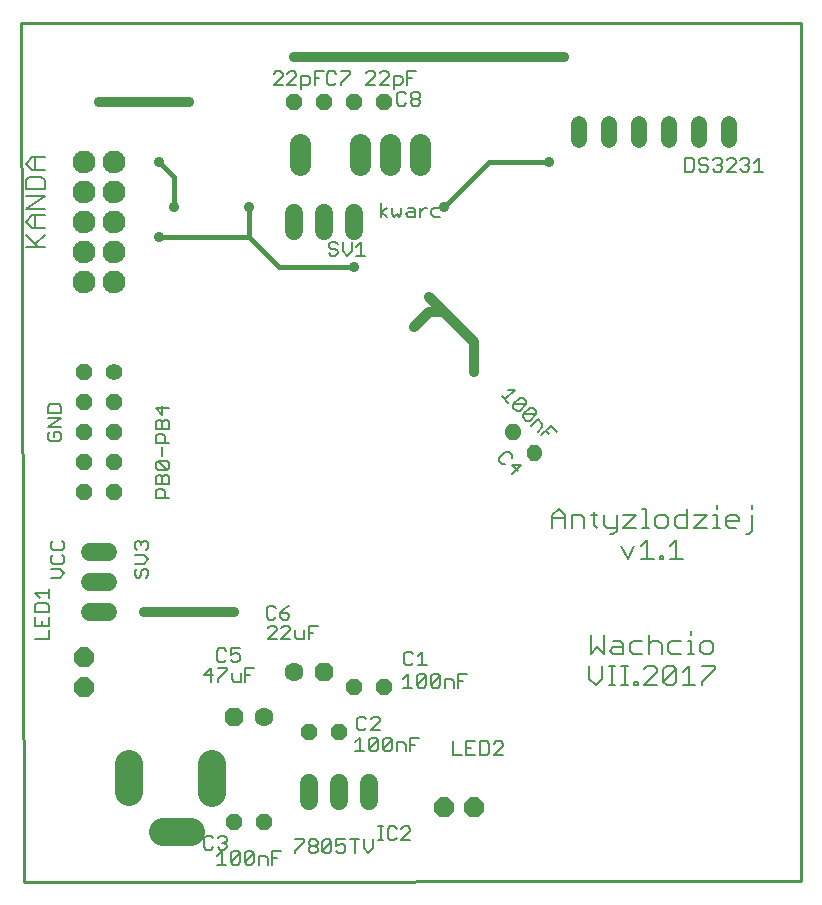
<source format=gtl>
G75*
%MOIN*%
%OFA0B0*%
%FSLAX25Y25*%
%IPPOS*%
%LPD*%
%AMOC8*
5,1,8,0,0,1.08239X$1,22.5*
%
%ADD10C,0.00000*%
%ADD11C,0.01000*%
%ADD12C,0.00600*%
%ADD13OC8,0.05200*%
%ADD14C,0.00500*%
%ADD15C,0.06300*%
%ADD16OC8,0.06300*%
%ADD17C,0.05600*%
%ADD18OC8,0.05600*%
%ADD19C,0.05200*%
%ADD20C,0.06000*%
%ADD21C,0.01040*%
%ADD22C,0.09449*%
%ADD23C,0.07600*%
%ADD24C,0.00700*%
%ADD25C,0.07000*%
%ADD26OC8,0.06600*%
%ADD27C,0.03562*%
%ADD28C,0.03200*%
%ADD29C,0.01600*%
D10*
X0248233Y0001984D02*
X0262233Y0002284D01*
D11*
X0003233Y0001984D02*
X0002133Y0288384D01*
X0262133Y0288384D01*
X0262233Y0002284D01*
X0003233Y0001984D01*
D12*
X0179157Y0120034D02*
X0179157Y0124305D01*
X0181292Y0126440D01*
X0183428Y0124305D01*
X0183428Y0120034D01*
X0185603Y0120034D02*
X0185603Y0124305D01*
X0188806Y0124305D01*
X0189873Y0123237D01*
X0189873Y0120034D01*
X0193116Y0121102D02*
X0194183Y0120034D01*
X0193116Y0121102D02*
X0193116Y0125372D01*
X0194183Y0124305D02*
X0192048Y0124305D01*
X0196345Y0124305D02*
X0196345Y0121102D01*
X0197413Y0120034D01*
X0200616Y0120034D01*
X0200616Y0118967D02*
X0199548Y0117899D01*
X0198480Y0117899D01*
X0200616Y0118967D02*
X0200616Y0124305D01*
X0202791Y0124305D02*
X0207061Y0124305D01*
X0202791Y0120034D01*
X0207061Y0120034D01*
X0209236Y0120034D02*
X0211371Y0120034D01*
X0210304Y0120034D02*
X0210304Y0126440D01*
X0209236Y0126440D01*
X0213533Y0123237D02*
X0213533Y0121102D01*
X0214601Y0120034D01*
X0216736Y0120034D01*
X0217804Y0121102D01*
X0217804Y0123237D01*
X0216736Y0124305D01*
X0214601Y0124305D01*
X0213533Y0123237D01*
X0219979Y0123237D02*
X0219979Y0121102D01*
X0221046Y0120034D01*
X0224249Y0120034D01*
X0224249Y0126440D01*
X0224249Y0124305D02*
X0221046Y0124305D01*
X0219979Y0123237D01*
X0226424Y0124305D02*
X0230695Y0124305D01*
X0226424Y0120034D01*
X0230695Y0120034D01*
X0232870Y0120034D02*
X0235005Y0120034D01*
X0233937Y0120034D02*
X0233937Y0124305D01*
X0232870Y0124305D01*
X0233937Y0126440D02*
X0233937Y0127507D01*
X0237167Y0123237D02*
X0238234Y0124305D01*
X0240369Y0124305D01*
X0241437Y0123237D01*
X0241437Y0122169D01*
X0237167Y0122169D01*
X0237167Y0121102D02*
X0237167Y0123237D01*
X0237167Y0121102D02*
X0238234Y0120034D01*
X0240369Y0120034D01*
X0243612Y0117899D02*
X0244680Y0117899D01*
X0245747Y0118967D01*
X0245747Y0124305D01*
X0245747Y0126440D02*
X0245747Y0127507D01*
X0220503Y0115940D02*
X0220503Y0109534D01*
X0222638Y0109534D02*
X0218367Y0109534D01*
X0216212Y0109534D02*
X0216212Y0110602D01*
X0215145Y0110602D01*
X0215145Y0109534D01*
X0216212Y0109534D01*
X0212970Y0109534D02*
X0208699Y0109534D01*
X0210834Y0109534D02*
X0210834Y0115940D01*
X0208699Y0113805D01*
X0206524Y0113805D02*
X0204389Y0109534D01*
X0202254Y0113805D01*
X0218367Y0113805D02*
X0220503Y0115940D01*
X0225343Y0085507D02*
X0225343Y0084440D01*
X0225343Y0082305D02*
X0225343Y0078034D01*
X0224276Y0078034D02*
X0226411Y0078034D01*
X0228573Y0079102D02*
X0229640Y0078034D01*
X0231776Y0078034D01*
X0232843Y0079102D01*
X0232843Y0081237D01*
X0231776Y0082305D01*
X0229640Y0082305D01*
X0228573Y0081237D01*
X0228573Y0079102D01*
X0225343Y0082305D02*
X0224276Y0082305D01*
X0222101Y0082305D02*
X0218898Y0082305D01*
X0217830Y0081237D01*
X0217830Y0079102D01*
X0218898Y0078034D01*
X0222101Y0078034D01*
X0219422Y0073940D02*
X0220489Y0072872D01*
X0216219Y0068602D01*
X0217286Y0067534D01*
X0219422Y0067534D01*
X0220489Y0068602D01*
X0220489Y0072872D01*
X0219422Y0073940D02*
X0217286Y0073940D01*
X0216219Y0072872D01*
X0216219Y0068602D01*
X0214044Y0067534D02*
X0209773Y0067534D01*
X0214044Y0071805D01*
X0214044Y0072872D01*
X0212976Y0073940D01*
X0210841Y0073940D01*
X0209773Y0072872D01*
X0209210Y0078034D02*
X0206007Y0078034D01*
X0204939Y0079102D01*
X0204939Y0081237D01*
X0206007Y0082305D01*
X0209210Y0082305D01*
X0211385Y0081237D02*
X0212452Y0082305D01*
X0214588Y0082305D01*
X0215655Y0081237D01*
X0215655Y0078034D01*
X0211385Y0078034D02*
X0211385Y0084440D01*
X0202764Y0081237D02*
X0202764Y0078034D01*
X0199561Y0078034D01*
X0198494Y0079102D01*
X0199561Y0080169D01*
X0202764Y0080169D01*
X0202764Y0081237D02*
X0201697Y0082305D01*
X0199561Y0082305D01*
X0196319Y0084440D02*
X0196319Y0078034D01*
X0194183Y0080169D01*
X0192048Y0078034D01*
X0192048Y0084440D01*
X0191511Y0073940D02*
X0191511Y0069669D01*
X0193646Y0067534D01*
X0195781Y0069669D01*
X0195781Y0073940D01*
X0197957Y0073940D02*
X0200092Y0073940D01*
X0199024Y0073940D02*
X0199024Y0067534D01*
X0197957Y0067534D02*
X0200092Y0067534D01*
X0202254Y0067534D02*
X0204389Y0067534D01*
X0203321Y0067534D02*
X0203321Y0073940D01*
X0202254Y0073940D02*
X0204389Y0073940D01*
X0206551Y0068602D02*
X0207618Y0068602D01*
X0207618Y0067534D01*
X0206551Y0067534D01*
X0206551Y0068602D01*
X0222664Y0067534D02*
X0226935Y0067534D01*
X0224800Y0067534D02*
X0224800Y0073940D01*
X0222664Y0071805D01*
X0229110Y0073940D02*
X0233380Y0073940D01*
X0233380Y0072872D01*
X0229110Y0068602D01*
X0229110Y0067534D01*
X0183428Y0123237D02*
X0179157Y0123237D01*
D13*
X0123233Y0066984D03*
X0113233Y0066984D03*
X0108233Y0051984D03*
X0098233Y0051984D03*
X0083233Y0021984D03*
X0073233Y0021984D03*
X0093233Y0261984D03*
X0103233Y0261984D03*
X0113233Y0261984D03*
X0123233Y0261984D03*
D14*
X0126275Y0266233D02*
X0126275Y0270737D01*
X0128527Y0270737D01*
X0129278Y0269986D01*
X0129278Y0268485D01*
X0128527Y0267734D01*
X0126275Y0267734D01*
X0124674Y0267734D02*
X0121672Y0267734D01*
X0124674Y0270737D01*
X0124674Y0271487D01*
X0123923Y0272238D01*
X0122422Y0272238D01*
X0121672Y0271487D01*
X0120070Y0271487D02*
X0119320Y0272238D01*
X0117818Y0272238D01*
X0117068Y0271487D01*
X0120070Y0271487D02*
X0120070Y0270737D01*
X0117068Y0267734D01*
X0120070Y0267734D01*
X0127475Y0264487D02*
X0127475Y0261485D01*
X0128226Y0260734D01*
X0129727Y0260734D01*
X0130478Y0261485D01*
X0132079Y0261485D02*
X0132079Y0262236D01*
X0132830Y0262986D01*
X0134331Y0262986D01*
X0135082Y0262236D01*
X0135082Y0261485D01*
X0134331Y0260734D01*
X0132830Y0260734D01*
X0132079Y0261485D01*
X0132830Y0262986D02*
X0132079Y0263737D01*
X0132079Y0264487D01*
X0132830Y0265238D01*
X0134331Y0265238D01*
X0135082Y0264487D01*
X0135082Y0263737D01*
X0134331Y0262986D01*
X0130478Y0264487D02*
X0129727Y0265238D01*
X0128226Y0265238D01*
X0127475Y0264487D01*
X0130879Y0267734D02*
X0130879Y0272238D01*
X0133882Y0272238D01*
X0132381Y0269986D02*
X0130879Y0269986D01*
X0111690Y0271387D02*
X0108687Y0268385D01*
X0108687Y0267634D01*
X0107086Y0268385D02*
X0106335Y0267634D01*
X0104834Y0267634D01*
X0104083Y0268385D01*
X0104083Y0271387D01*
X0104834Y0272138D01*
X0106335Y0272138D01*
X0107086Y0271387D01*
X0108687Y0272138D02*
X0111690Y0272138D01*
X0111690Y0271387D01*
X0103098Y0272138D02*
X0100095Y0272138D01*
X0100095Y0267634D01*
X0098494Y0268385D02*
X0097743Y0267634D01*
X0095491Y0267634D01*
X0095491Y0266133D02*
X0095491Y0270637D01*
X0097743Y0270637D01*
X0098494Y0269886D01*
X0098494Y0268385D01*
X0100095Y0269886D02*
X0101596Y0269886D01*
X0093890Y0270637D02*
X0093890Y0271387D01*
X0093139Y0272138D01*
X0091638Y0272138D01*
X0090887Y0271387D01*
X0089286Y0271387D02*
X0088535Y0272138D01*
X0087034Y0272138D01*
X0086283Y0271387D01*
X0089286Y0271387D02*
X0089286Y0270637D01*
X0086283Y0267634D01*
X0089286Y0267634D01*
X0090887Y0267634D02*
X0093890Y0270637D01*
X0093890Y0267634D02*
X0090887Y0267634D01*
X0121998Y0228238D02*
X0121998Y0223734D01*
X0121998Y0225236D02*
X0124250Y0226737D01*
X0125835Y0226737D02*
X0125835Y0224485D01*
X0126586Y0223734D01*
X0127336Y0224485D01*
X0128087Y0223734D01*
X0128837Y0224485D01*
X0128837Y0226737D01*
X0131189Y0226737D02*
X0132691Y0226737D01*
X0133441Y0225986D01*
X0133441Y0223734D01*
X0131189Y0223734D01*
X0130439Y0224485D01*
X0131189Y0225236D01*
X0133441Y0225236D01*
X0135043Y0225236D02*
X0136544Y0226737D01*
X0137295Y0226737D01*
X0138879Y0225986D02*
X0138879Y0224485D01*
X0139630Y0223734D01*
X0141882Y0223734D01*
X0141882Y0226737D02*
X0139630Y0226737D01*
X0138879Y0225986D01*
X0135043Y0226737D02*
X0135043Y0223734D01*
X0124250Y0223734D02*
X0121998Y0225236D01*
X0115381Y0215238D02*
X0115381Y0210734D01*
X0116882Y0210734D02*
X0113879Y0210734D01*
X0112278Y0212236D02*
X0112278Y0215238D01*
X0113879Y0213737D02*
X0115381Y0215238D01*
X0112278Y0212236D02*
X0110777Y0210734D01*
X0109275Y0212236D01*
X0109275Y0215238D01*
X0107674Y0214487D02*
X0106923Y0215238D01*
X0105422Y0215238D01*
X0104672Y0214487D01*
X0104672Y0213737D01*
X0105422Y0212986D01*
X0106923Y0212986D01*
X0107674Y0212236D01*
X0107674Y0211485D01*
X0106923Y0210734D01*
X0105422Y0210734D01*
X0104672Y0211485D01*
X0051483Y0159882D02*
X0046979Y0159882D01*
X0049231Y0157630D01*
X0049231Y0160633D01*
X0048481Y0156029D02*
X0047730Y0156029D01*
X0046979Y0155278D01*
X0046979Y0153026D01*
X0051483Y0153026D01*
X0051483Y0155278D01*
X0050733Y0156029D01*
X0049982Y0156029D01*
X0049231Y0155278D01*
X0049231Y0153026D01*
X0049231Y0151425D02*
X0049982Y0150674D01*
X0049982Y0148422D01*
X0051483Y0148422D02*
X0046979Y0148422D01*
X0046979Y0150674D01*
X0047730Y0151425D01*
X0049231Y0151425D01*
X0049231Y0155278D02*
X0048481Y0156029D01*
X0049231Y0146821D02*
X0049231Y0143818D01*
X0047730Y0142217D02*
X0046979Y0141466D01*
X0046979Y0139965D01*
X0047730Y0139215D01*
X0050733Y0139215D01*
X0047730Y0142217D01*
X0050733Y0142217D01*
X0051483Y0141466D01*
X0051483Y0139965D01*
X0050733Y0139215D01*
X0050733Y0137613D02*
X0049982Y0137613D01*
X0049231Y0136863D01*
X0049231Y0134611D01*
X0049231Y0133009D02*
X0047730Y0133009D01*
X0046979Y0132259D01*
X0046979Y0130007D01*
X0051483Y0130007D01*
X0049982Y0130007D02*
X0049982Y0132259D01*
X0049231Y0133009D01*
X0046979Y0134611D02*
X0046979Y0136863D01*
X0047730Y0137613D01*
X0048481Y0137613D01*
X0049231Y0136863D01*
X0050733Y0137613D02*
X0051483Y0136863D01*
X0051483Y0134611D01*
X0046979Y0134611D01*
X0043733Y0115633D02*
X0044483Y0114882D01*
X0044483Y0113381D01*
X0043733Y0112630D01*
X0042982Y0111029D02*
X0039979Y0111029D01*
X0040730Y0112630D02*
X0039979Y0113381D01*
X0039979Y0114882D01*
X0040730Y0115633D01*
X0041481Y0115633D01*
X0042231Y0114882D01*
X0042982Y0115633D01*
X0043733Y0115633D01*
X0042231Y0114882D02*
X0042231Y0114132D01*
X0042982Y0111029D02*
X0044483Y0109528D01*
X0042982Y0108026D01*
X0039979Y0108026D01*
X0040730Y0106425D02*
X0039979Y0105674D01*
X0039979Y0104173D01*
X0040730Y0103422D01*
X0041481Y0103422D01*
X0042231Y0104173D01*
X0042231Y0105674D01*
X0042982Y0106425D01*
X0043733Y0106425D01*
X0044483Y0105674D01*
X0044483Y0104173D01*
X0043733Y0103422D01*
X0067375Y0079087D02*
X0067375Y0076085D01*
X0068126Y0075334D01*
X0069627Y0075334D01*
X0070378Y0076085D01*
X0071979Y0076085D02*
X0072730Y0075334D01*
X0074231Y0075334D01*
X0074982Y0076085D01*
X0074982Y0077586D01*
X0074231Y0078337D01*
X0073481Y0078337D01*
X0071979Y0077586D01*
X0071979Y0079838D01*
X0074982Y0079838D01*
X0070378Y0079087D02*
X0069627Y0079838D01*
X0068126Y0079838D01*
X0067375Y0079087D01*
X0067672Y0073238D02*
X0070674Y0073238D01*
X0070674Y0072487D01*
X0067672Y0069485D01*
X0067672Y0068734D01*
X0065320Y0068734D02*
X0065320Y0073238D01*
X0063068Y0070986D01*
X0066070Y0070986D01*
X0072275Y0071737D02*
X0072275Y0069485D01*
X0073026Y0068734D01*
X0075278Y0068734D01*
X0075278Y0071737D01*
X0076879Y0070986D02*
X0078381Y0070986D01*
X0076879Y0073238D02*
X0079882Y0073238D01*
X0076879Y0073238D02*
X0076879Y0068734D01*
X0084283Y0082834D02*
X0087286Y0085837D01*
X0087286Y0086587D01*
X0086535Y0087338D01*
X0085034Y0087338D01*
X0084283Y0086587D01*
X0084734Y0089434D02*
X0086235Y0089434D01*
X0086986Y0090185D01*
X0088587Y0090185D02*
X0089338Y0089434D01*
X0090839Y0089434D01*
X0091590Y0090185D01*
X0091590Y0090936D01*
X0090839Y0091686D01*
X0088587Y0091686D01*
X0088587Y0090185D01*
X0088587Y0091686D02*
X0090089Y0093187D01*
X0091590Y0093938D01*
X0086986Y0093187D02*
X0086235Y0093938D01*
X0084734Y0093938D01*
X0083983Y0093187D01*
X0083983Y0090185D01*
X0084734Y0089434D01*
X0088887Y0086587D02*
X0089638Y0087338D01*
X0091139Y0087338D01*
X0091890Y0086587D01*
X0091890Y0085837D01*
X0088887Y0082834D01*
X0091890Y0082834D01*
X0093491Y0083585D02*
X0093491Y0085837D01*
X0093491Y0083585D02*
X0094242Y0082834D01*
X0096494Y0082834D01*
X0096494Y0085837D01*
X0098095Y0085086D02*
X0099596Y0085086D01*
X0098095Y0082834D02*
X0098095Y0087338D01*
X0101098Y0087338D01*
X0087286Y0082834D02*
X0084283Y0082834D01*
X0114083Y0056287D02*
X0114083Y0053285D01*
X0114834Y0052534D01*
X0116335Y0052534D01*
X0117086Y0053285D01*
X0118687Y0052534D02*
X0121690Y0055537D01*
X0121690Y0056287D01*
X0120939Y0057038D01*
X0119438Y0057038D01*
X0118687Y0056287D01*
X0117086Y0056287D02*
X0116335Y0057038D01*
X0114834Y0057038D01*
X0114083Y0056287D01*
X0118687Y0052534D02*
X0121690Y0052534D01*
X0120339Y0050038D02*
X0118838Y0050038D01*
X0118087Y0049287D01*
X0118087Y0046285D01*
X0121090Y0049287D01*
X0121090Y0046285D01*
X0120339Y0045534D01*
X0118838Y0045534D01*
X0118087Y0046285D01*
X0116486Y0045534D02*
X0113483Y0045534D01*
X0114985Y0045534D02*
X0114985Y0050038D01*
X0113483Y0048537D01*
X0120339Y0050038D02*
X0121090Y0049287D01*
X0122691Y0049287D02*
X0123442Y0050038D01*
X0124943Y0050038D01*
X0125694Y0049287D01*
X0122691Y0046285D01*
X0123442Y0045534D01*
X0124943Y0045534D01*
X0125694Y0046285D01*
X0125694Y0049287D01*
X0127295Y0048537D02*
X0129547Y0048537D01*
X0130298Y0047786D01*
X0130298Y0045534D01*
X0131899Y0045534D02*
X0131899Y0050038D01*
X0134902Y0050038D01*
X0133400Y0047786D02*
X0131899Y0047786D01*
X0127295Y0048537D02*
X0127295Y0045534D01*
X0122691Y0046285D02*
X0122691Y0049287D01*
X0129483Y0066734D02*
X0132486Y0066734D01*
X0130985Y0066734D02*
X0130985Y0071238D01*
X0129483Y0069737D01*
X0130534Y0074134D02*
X0129783Y0074885D01*
X0129783Y0077887D01*
X0130534Y0078638D01*
X0132035Y0078638D01*
X0132786Y0077887D01*
X0134387Y0077137D02*
X0135889Y0078638D01*
X0135889Y0074134D01*
X0137390Y0074134D02*
X0134387Y0074134D01*
X0132786Y0074885D02*
X0132035Y0074134D01*
X0130534Y0074134D01*
X0134087Y0070487D02*
X0134838Y0071238D01*
X0136339Y0071238D01*
X0137090Y0070487D01*
X0134087Y0067485D01*
X0134838Y0066734D01*
X0136339Y0066734D01*
X0137090Y0067485D01*
X0137090Y0070487D01*
X0138691Y0070487D02*
X0138691Y0067485D01*
X0141694Y0070487D01*
X0141694Y0067485D01*
X0140943Y0066734D01*
X0139442Y0066734D01*
X0138691Y0067485D01*
X0138691Y0070487D02*
X0139442Y0071238D01*
X0140943Y0071238D01*
X0141694Y0070487D01*
X0143295Y0069737D02*
X0143295Y0066734D01*
X0146298Y0066734D02*
X0146298Y0068986D01*
X0145547Y0069737D01*
X0143295Y0069737D01*
X0147899Y0068986D02*
X0149400Y0068986D01*
X0147899Y0066734D02*
X0147899Y0071238D01*
X0150902Y0071238D01*
X0134087Y0070487D02*
X0134087Y0067485D01*
X0145983Y0048838D02*
X0145983Y0044334D01*
X0148986Y0044334D01*
X0150587Y0044334D02*
X0153590Y0044334D01*
X0155191Y0044334D02*
X0155191Y0048838D01*
X0157443Y0048838D01*
X0158194Y0048087D01*
X0158194Y0045085D01*
X0157443Y0044334D01*
X0155191Y0044334D01*
X0152089Y0046586D02*
X0150587Y0046586D01*
X0150587Y0048838D02*
X0150587Y0044334D01*
X0150587Y0048838D02*
X0153590Y0048838D01*
X0159795Y0048087D02*
X0160546Y0048838D01*
X0162047Y0048838D01*
X0162798Y0048087D01*
X0162798Y0047337D01*
X0159795Y0044334D01*
X0162798Y0044334D01*
X0131882Y0019787D02*
X0131131Y0020538D01*
X0129630Y0020538D01*
X0128879Y0019787D01*
X0127278Y0019787D02*
X0126527Y0020538D01*
X0125026Y0020538D01*
X0124275Y0019787D01*
X0124275Y0016785D01*
X0125026Y0016034D01*
X0126527Y0016034D01*
X0127278Y0016785D01*
X0128879Y0016034D02*
X0131882Y0019037D01*
X0131882Y0019787D01*
X0131882Y0016034D02*
X0128879Y0016034D01*
X0122707Y0016034D02*
X0121206Y0016034D01*
X0121957Y0016034D02*
X0121957Y0020538D01*
X0122707Y0020538D02*
X0121206Y0020538D01*
X0119382Y0016138D02*
X0119382Y0013136D01*
X0117881Y0011634D01*
X0116379Y0013136D01*
X0116379Y0016138D01*
X0114778Y0016138D02*
X0111775Y0016138D01*
X0113277Y0016138D02*
X0113277Y0011634D01*
X0110174Y0012385D02*
X0109423Y0011634D01*
X0107922Y0011634D01*
X0107171Y0012385D01*
X0107171Y0013886D02*
X0108673Y0014637D01*
X0109423Y0014637D01*
X0110174Y0013886D01*
X0110174Y0012385D01*
X0107171Y0013886D02*
X0107171Y0016138D01*
X0110174Y0016138D01*
X0105570Y0015387D02*
X0105570Y0012385D01*
X0104819Y0011634D01*
X0103318Y0011634D01*
X0102568Y0012385D01*
X0105570Y0015387D01*
X0104819Y0016138D01*
X0103318Y0016138D01*
X0102568Y0015387D01*
X0102568Y0012385D01*
X0100966Y0012385D02*
X0100216Y0011634D01*
X0098714Y0011634D01*
X0097964Y0012385D01*
X0097964Y0013136D01*
X0098714Y0013886D01*
X0100216Y0013886D01*
X0100966Y0013136D01*
X0100966Y0012385D01*
X0100216Y0013886D02*
X0100966Y0014637D01*
X0100966Y0015387D01*
X0100216Y0016138D01*
X0098714Y0016138D01*
X0097964Y0015387D01*
X0097964Y0014637D01*
X0098714Y0013886D01*
X0096362Y0015387D02*
X0093360Y0012385D01*
X0093360Y0011634D01*
X0093360Y0016138D02*
X0096362Y0016138D01*
X0096362Y0015387D01*
X0088882Y0012238D02*
X0085879Y0012238D01*
X0085879Y0007734D01*
X0084278Y0007734D02*
X0084278Y0009986D01*
X0083527Y0010737D01*
X0081275Y0010737D01*
X0081275Y0007734D01*
X0079674Y0008485D02*
X0078923Y0007734D01*
X0077422Y0007734D01*
X0076672Y0008485D01*
X0079674Y0011487D01*
X0079674Y0008485D01*
X0079674Y0011487D02*
X0078923Y0012238D01*
X0077422Y0012238D01*
X0076672Y0011487D01*
X0076672Y0008485D01*
X0075070Y0008485D02*
X0074320Y0007734D01*
X0072818Y0007734D01*
X0072068Y0008485D01*
X0075070Y0011487D01*
X0075070Y0008485D01*
X0072068Y0008485D02*
X0072068Y0011487D01*
X0072818Y0012238D01*
X0074320Y0012238D01*
X0075070Y0011487D01*
X0070682Y0013485D02*
X0069931Y0012734D01*
X0068430Y0012734D01*
X0067679Y0013485D01*
X0066078Y0013485D02*
X0065327Y0012734D01*
X0063826Y0012734D01*
X0063075Y0013485D01*
X0063075Y0016487D01*
X0063826Y0017238D01*
X0065327Y0017238D01*
X0066078Y0016487D01*
X0067679Y0016487D02*
X0068430Y0017238D01*
X0069931Y0017238D01*
X0070682Y0016487D01*
X0070682Y0015737D01*
X0069931Y0014986D01*
X0070682Y0014236D01*
X0070682Y0013485D01*
X0069931Y0014986D02*
X0069181Y0014986D01*
X0068965Y0012238D02*
X0068965Y0007734D01*
X0067464Y0007734D02*
X0070466Y0007734D01*
X0067464Y0010737D02*
X0068965Y0012238D01*
X0085879Y0009986D02*
X0087381Y0009986D01*
X0011283Y0082834D02*
X0011283Y0085837D01*
X0011283Y0087438D02*
X0011283Y0090441D01*
X0011283Y0092042D02*
X0011283Y0094294D01*
X0010533Y0095045D01*
X0007530Y0095045D01*
X0006779Y0094294D01*
X0006779Y0092042D01*
X0011283Y0092042D01*
X0009031Y0088939D02*
X0009031Y0087438D01*
X0006779Y0087438D02*
X0006779Y0090441D01*
X0006779Y0087438D02*
X0011283Y0087438D01*
X0011283Y0082834D02*
X0006779Y0082834D01*
X0008281Y0096646D02*
X0006779Y0098147D01*
X0011283Y0098147D01*
X0011283Y0096646D02*
X0011283Y0099649D01*
X0011979Y0103422D02*
X0014982Y0103422D01*
X0016483Y0104924D01*
X0014982Y0106425D01*
X0011979Y0106425D01*
X0012730Y0108026D02*
X0015733Y0108026D01*
X0016483Y0108777D01*
X0016483Y0110278D01*
X0015733Y0111029D01*
X0015733Y0112630D02*
X0016483Y0113381D01*
X0016483Y0114882D01*
X0015733Y0115633D01*
X0015733Y0112630D02*
X0012730Y0112630D01*
X0011979Y0113381D01*
X0011979Y0114882D01*
X0012730Y0115633D01*
X0012730Y0111029D02*
X0011979Y0110278D01*
X0011979Y0108777D01*
X0012730Y0108026D01*
X0011730Y0148922D02*
X0014733Y0148922D01*
X0015483Y0149673D01*
X0015483Y0151174D01*
X0014733Y0151925D01*
X0013231Y0151925D01*
X0013231Y0150424D01*
X0011730Y0151925D02*
X0010979Y0151174D01*
X0010979Y0149673D01*
X0011730Y0148922D01*
X0010979Y0153526D02*
X0015483Y0156529D01*
X0010979Y0156529D01*
X0010979Y0158130D02*
X0010979Y0160382D01*
X0011730Y0161133D01*
X0014733Y0161133D01*
X0015483Y0160382D01*
X0015483Y0158130D01*
X0010979Y0158130D01*
X0010979Y0153526D02*
X0015483Y0153526D01*
X0161432Y0143317D02*
X0161432Y0142256D01*
X0162493Y0141194D01*
X0163555Y0141194D01*
X0165749Y0141123D02*
X0167872Y0139000D01*
X0165749Y0137939D02*
X0168934Y0141123D01*
X0165749Y0141123D01*
X0165678Y0143317D02*
X0165678Y0144379D01*
X0164617Y0145440D01*
X0163555Y0145440D01*
X0161432Y0143317D01*
X0172215Y0154100D02*
X0174338Y0156223D01*
X0175930Y0154631D01*
X0175930Y0153569D01*
X0174338Y0151977D01*
X0175470Y0150845D02*
X0178655Y0154029D01*
X0180778Y0151906D01*
X0178124Y0151376D02*
X0177063Y0152437D01*
X0173736Y0157886D02*
X0169490Y0157886D01*
X0169490Y0156825D01*
X0170552Y0155763D01*
X0171613Y0155763D01*
X0173736Y0157886D01*
X0173736Y0158948D01*
X0172675Y0160010D01*
X0171613Y0160010D01*
X0169490Y0157886D01*
X0168358Y0159019D02*
X0167296Y0159019D01*
X0166235Y0160080D01*
X0166235Y0161142D01*
X0170481Y0161142D01*
X0168358Y0159019D01*
X0170481Y0161142D02*
X0170481Y0162203D01*
X0169419Y0163265D01*
X0168358Y0163265D01*
X0166235Y0161142D01*
X0164571Y0161744D02*
X0162448Y0163867D01*
X0163510Y0162805D02*
X0166695Y0165990D01*
X0164571Y0165990D01*
X0223483Y0238734D02*
X0225735Y0238734D01*
X0226486Y0239485D01*
X0226486Y0242487D01*
X0225735Y0243238D01*
X0223483Y0243238D01*
X0223483Y0238734D01*
X0228087Y0239485D02*
X0228838Y0238734D01*
X0230339Y0238734D01*
X0231090Y0239485D01*
X0231090Y0240236D01*
X0230339Y0240986D01*
X0228838Y0240986D01*
X0228087Y0241737D01*
X0228087Y0242487D01*
X0228838Y0243238D01*
X0230339Y0243238D01*
X0231090Y0242487D01*
X0232691Y0242487D02*
X0233442Y0243238D01*
X0234943Y0243238D01*
X0235694Y0242487D01*
X0235694Y0241737D01*
X0234943Y0240986D01*
X0235694Y0240236D01*
X0235694Y0239485D01*
X0234943Y0238734D01*
X0233442Y0238734D01*
X0232691Y0239485D01*
X0234192Y0240986D02*
X0234943Y0240986D01*
X0237295Y0242487D02*
X0238046Y0243238D01*
X0239547Y0243238D01*
X0240298Y0242487D01*
X0240298Y0241737D01*
X0237295Y0238734D01*
X0240298Y0238734D01*
X0241899Y0239485D02*
X0242650Y0238734D01*
X0244151Y0238734D01*
X0244902Y0239485D01*
X0244902Y0240236D01*
X0244151Y0240986D01*
X0243400Y0240986D01*
X0244151Y0240986D02*
X0244902Y0241737D01*
X0244902Y0242487D01*
X0244151Y0243238D01*
X0242650Y0243238D01*
X0241899Y0242487D01*
X0246503Y0241737D02*
X0248004Y0243238D01*
X0248004Y0238734D01*
X0246503Y0238734D02*
X0249506Y0238734D01*
D15*
X0093233Y0071984D03*
X0083233Y0056984D03*
D16*
X0073233Y0056984D03*
X0103233Y0071984D03*
D17*
X0033233Y0171984D03*
D18*
X0023233Y0171984D03*
X0023233Y0161984D03*
X0023233Y0151984D03*
X0023233Y0141984D03*
X0023233Y0131984D03*
X0033233Y0131984D03*
X0033233Y0141984D03*
X0033233Y0151984D03*
X0033233Y0161984D03*
D19*
X0188233Y0249384D02*
X0188233Y0254584D01*
X0198233Y0254584D02*
X0198233Y0249384D01*
X0208233Y0249384D02*
X0208233Y0254584D01*
X0218233Y0254584D02*
X0218233Y0249384D01*
X0228233Y0249384D02*
X0228233Y0254584D01*
X0238233Y0254584D02*
X0238233Y0249384D01*
D20*
X0113233Y0224984D02*
X0113233Y0218984D01*
X0103233Y0218984D02*
X0103233Y0224984D01*
X0093233Y0224984D02*
X0093233Y0218984D01*
X0031233Y0111984D02*
X0025233Y0111984D01*
X0025233Y0101984D02*
X0031233Y0101984D01*
X0031233Y0091984D02*
X0025233Y0091984D01*
X0098233Y0034984D02*
X0098233Y0028984D01*
X0108233Y0028984D02*
X0108233Y0034984D01*
X0118233Y0034984D02*
X0118233Y0028984D01*
D21*
X0172728Y0146673D02*
X0172208Y0147193D01*
X0173930Y0147193D01*
X0175148Y0145975D01*
X0175148Y0144253D01*
X0173930Y0143035D01*
X0172208Y0143035D01*
X0170990Y0144253D01*
X0170990Y0145975D01*
X0172208Y0147193D01*
X0172531Y0146413D01*
X0173607Y0146413D01*
X0174368Y0145652D01*
X0174368Y0144576D01*
X0173607Y0143815D01*
X0172531Y0143815D01*
X0171770Y0144576D01*
X0171770Y0145652D01*
X0172531Y0146413D01*
X0172854Y0145633D01*
X0173284Y0145633D01*
X0173588Y0145329D01*
X0173588Y0144899D01*
X0173284Y0144595D01*
X0172854Y0144595D01*
X0172550Y0144899D01*
X0172550Y0145329D01*
X0172854Y0145633D01*
X0165657Y0153744D02*
X0165137Y0154264D01*
X0166859Y0154264D01*
X0168077Y0153046D01*
X0168077Y0151324D01*
X0166859Y0150106D01*
X0165137Y0150106D01*
X0163919Y0151324D01*
X0163919Y0153046D01*
X0165137Y0154264D01*
X0165460Y0153484D01*
X0166536Y0153484D01*
X0167297Y0152723D01*
X0167297Y0151647D01*
X0166536Y0150886D01*
X0165460Y0150886D01*
X0164699Y0151647D01*
X0164699Y0152723D01*
X0165460Y0153484D01*
X0165783Y0152704D01*
X0166213Y0152704D01*
X0166517Y0152400D01*
X0166517Y0151970D01*
X0166213Y0151666D01*
X0165783Y0151666D01*
X0165479Y0151970D01*
X0165479Y0152400D01*
X0165783Y0152704D01*
D22*
X0065633Y0041209D02*
X0065633Y0031760D01*
X0058921Y0018709D02*
X0049472Y0018709D01*
X0038055Y0031976D02*
X0038055Y0041425D01*
D23*
X0033233Y0201984D03*
X0023233Y0201984D03*
X0023233Y0211984D03*
X0023233Y0221984D03*
X0023233Y0231984D03*
X0023233Y0241984D03*
X0033233Y0241984D03*
X0033233Y0231984D03*
X0033233Y0221984D03*
X0033233Y0211984D03*
D24*
X0009983Y0213534D02*
X0003678Y0213534D01*
X0006831Y0214585D02*
X0009983Y0217738D01*
X0009983Y0219980D02*
X0005780Y0219980D01*
X0003678Y0222082D01*
X0005780Y0224183D01*
X0009983Y0224183D01*
X0009983Y0226425D02*
X0003678Y0226425D01*
X0009983Y0230629D01*
X0003678Y0230629D01*
X0003678Y0232871D02*
X0003678Y0236023D01*
X0004729Y0237074D01*
X0008932Y0237074D01*
X0009983Y0236023D01*
X0009983Y0232871D01*
X0003678Y0232871D01*
X0005780Y0239316D02*
X0003678Y0241418D01*
X0005780Y0243520D01*
X0009983Y0243520D01*
X0006831Y0243520D02*
X0006831Y0239316D01*
X0005780Y0239316D02*
X0009983Y0239316D01*
X0006831Y0224183D02*
X0006831Y0219980D01*
X0003678Y0217738D02*
X0007882Y0213534D01*
D25*
X0095202Y0241083D02*
X0095202Y0248083D01*
X0115202Y0248083D02*
X0115202Y0241083D01*
X0125202Y0241083D02*
X0125202Y0248083D01*
X0135202Y0248083D02*
X0135202Y0241083D01*
D26*
X0023233Y0076984D03*
X0023233Y0066984D03*
X0143233Y0026984D03*
X0153233Y0026984D03*
D27*
X0073233Y0091984D03*
X0043233Y0091984D03*
X0133233Y0186984D03*
X0138233Y0196984D03*
X0153233Y0171984D03*
X0113233Y0206984D03*
X0143233Y0226984D03*
X0178233Y0241984D03*
X0183233Y0276984D03*
X0093233Y0276984D03*
X0058233Y0261984D03*
X0048233Y0241984D03*
X0053233Y0226984D03*
X0048233Y0216984D03*
X0078233Y0226984D03*
X0028233Y0261984D03*
D28*
X0058233Y0261984D01*
X0093233Y0276984D02*
X0183233Y0276984D01*
X0138233Y0196984D02*
X0143233Y0191984D01*
X0138233Y0191984D01*
X0133233Y0186984D01*
X0143233Y0191984D02*
X0153233Y0181984D01*
X0153233Y0171984D01*
X0073233Y0091984D02*
X0043233Y0091984D01*
D29*
X0088233Y0206984D02*
X0113233Y0206984D01*
X0088233Y0206984D02*
X0078233Y0216984D01*
X0078233Y0226984D01*
X0078233Y0216984D02*
X0048233Y0216984D01*
X0053233Y0226984D02*
X0053233Y0236984D01*
X0048233Y0241984D01*
X0143233Y0226984D02*
X0158233Y0241984D01*
X0178233Y0241984D01*
M02*

</source>
